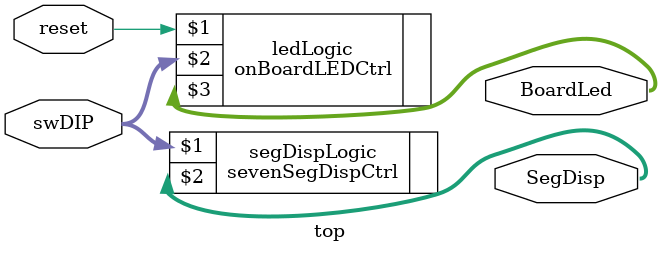
<source format=sv>


module top (
    input logic reset,
    input logic [3:0] swDIP,
    output logic [2:0] BoardLed,
    output logic [6:0] SegDisp);

    // Instantiate module to control LEDs
    onBoardLEDCtrl ledLogic(reset, swDIP, BoardLed);

    // Instantiate module to control 7-segment display
    sevenSegDispCtrl segDispLogic(swDIP, SegDisp);

endmodule

</source>
